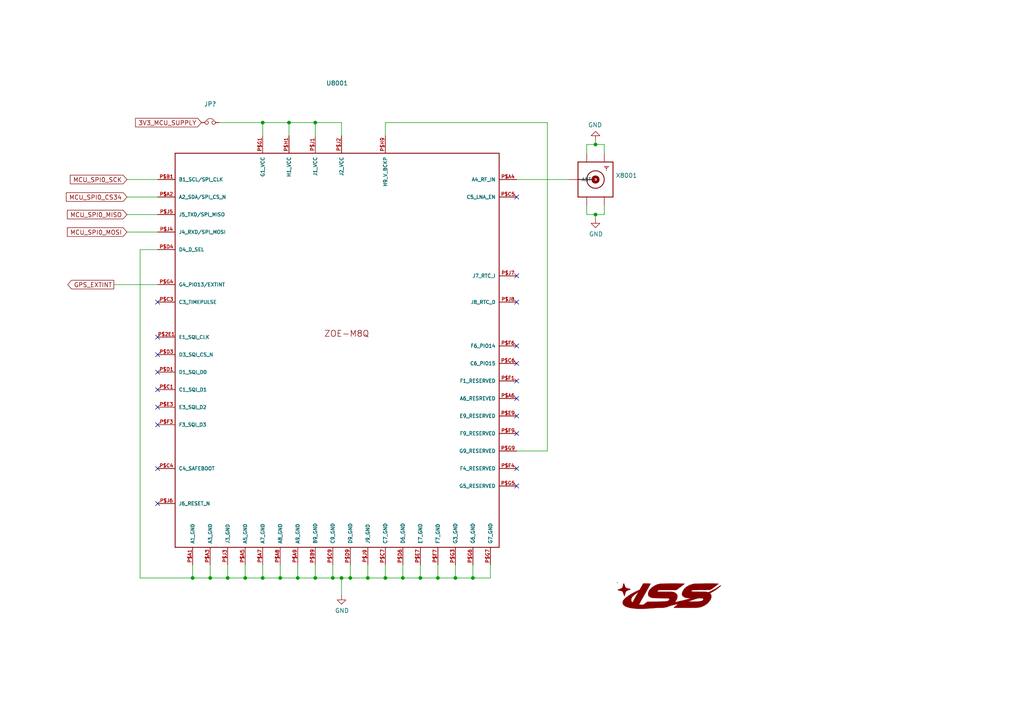
<source format=kicad_sch>
(kicad_sch (version 20211123) (generator eeschema)
  (paper "A4")
  (title_block (title "TARS-MK1") (company "ILLINOIS SPACE SOCIETY"))
  (lib_symbols
    (symbol "ISS_LOGO:LOGO" (pin_names (offset 1.016))
      (symbol "LOGO_0_0"
        (polyline (pts (xy -15.2654 3.6322) (xy -15.2654 3.8354) (xy -15.2908 3.8608) (xy -15.3162 3.7338) (xy -15.3162 3.6068) (xy -15.2654 3.6322)) (stroke (width 0.0254)) (fill (type outline)))
        (polyline (pts (xy -13.081 0.2032) (xy -12.954 0.6096) (xy -12.8778 0.9144) (xy -12.7762 1.1176) (xy -12.6746 1.27) (xy -12.5476 1.3462) (xy -12.3698 1.4224) (xy -12.1158 1.524) (xy -11.7348 1.651) (xy -11.5316 1.7272) (xy -11.43 1.7526) (xy -11.43 1.778) (xy -11.5062 1.8542) (xy -11.684 1.9304) (xy -11.938 1.9812) (xy -12.2174 2.0574) (xy -12.5222 2.1082) (xy -12.7254 2.2098) (xy -12.8778 2.3368) (xy -12.9794 2.54) (xy -13.081 2.8448) (xy -13.1318 2.921) (xy -13.2334 3.2258) (xy -13.3858 3.5306) (xy -13.4112 3.5052) (xy -13.4874 3.3782) (xy -13.5382 3.1496) (xy -13.6906 2.54) (xy -13.7668 2.3114) (xy -13.8684 2.1844) (xy -13.9954 2.0828) (xy -14.1986 2.0066) (xy -14.478 1.905) (xy -14.605 1.8542) (xy -14.8844 1.7526) (xy -15.0876 1.651) (xy -15.1638 1.6002) (xy -15.1384 1.6002) (xy -15.0114 1.5494) (xy -14.7828 1.4732) (xy -14.4526 1.397) (xy -13.7668 1.2192) (xy -13.5636 0.762) (xy -13.4874 0.5588) (xy -13.3858 0.2794) (xy -13.2842 0.0508) (xy -13.1826 -0.2032) (xy -13.081 0.2032)) (stroke (width 0.0254)) (fill (type outline)))
        (polyline (pts (xy -8.0264 -3.8354) (xy -7.3152 -3.81) (xy -6.5786 -3.7846) (xy -5.8166 -3.7338) (xy -5.1054 -3.683) (xy -4.826 -3.6576) (xy -4.2418 -3.6068) (xy -3.6322 -3.5814) (xy -3.0988 -3.556) (xy -2.3368 -3.556) (xy -1.5494 -3.4798) (xy -0.889 -3.3528) (xy -0.3556 -3.1242) (xy -0.1778 -3.0734) (xy 0.127 -2.9718) (xy 0.508 -2.8702) (xy 0.9398 -2.7686) (xy 0.9906 -2.7432) (xy 1.5494 -2.6162) (xy 2.1844 -2.4892) (xy 2.3114 -2.4892) (xy 2.3114 -2.54) (xy 2.2352 -2.6162) (xy 2.0574 -2.7686) (xy 1.778 -2.9464) (xy 1.5748 -3.1242) (xy 1.3208 -3.3274) (xy 1.1684 -3.4544) (xy 1.1176 -3.5306) (xy 1.6256 -3.5306) (xy 2.0574 -3.556) (xy 6.2738 -3.556) (xy 6.9342 -3.5306) (xy 7.4676 -3.5306) (xy 7.9248 -3.5052) (xy 8.2804 -3.4798) (xy 8.5852 -3.429) (xy 8.8392 -3.3782) (xy 9.0678 -3.302) (xy 9.3218 -3.2258) (xy 9.5504 -3.0988) (xy 9.8298 -2.9718) (xy 10.0076 -2.8956) (xy 10.5664 -2.54) (xy 11.049 -2.1336) (xy 11.43 -1.6764) (xy 11.7602 -1.2192) (xy 11.938 -0.762) (xy 12.0396 -0.3302) (xy 11.9888 0.0762) (xy 11.811 0.4064) (xy 11.5824 0.6858) (xy 12.1158 0.9398) (xy 12.2682 1.016) (xy 13.0556 1.4732) (xy 13.7414 1.9558) (xy 14.3256 2.4384) (xy 14.605 2.7178) (xy 14.7574 2.8956) (xy 14.8082 2.9718) (xy 14.7828 2.9718) (xy 14.6558 2.8956) (xy 14.4272 2.7686) (xy 14.1478 2.5654) (xy 14.097 2.5146) (xy 13.7414 2.286) (xy 13.3096 2.0066) (xy 12.827 1.7272) (xy 12.3444 1.4986) (xy 11.2014 0.9144) (xy 10.7188 1.016) (xy 10.6172 1.016) (xy 10.3378 1.0414) (xy 9.906 1.0668) (xy 9.398 1.0922) (xy 8.2296 1.0922) (xy 7.8994 1.1176) (xy 6.9088 1.1176) (xy 6.5532 1.143) (xy 6.3246 1.143) (xy 6.223 1.1684) (xy 6.223 1.27) (xy 6.2992 1.4224) (xy 6.3754 1.4986) (xy 6.4516 1.5494) (xy 6.5532 1.5748) (xy 6.7056 1.5748) (xy 6.9596 1.6002) (xy 8.3312 1.6002) (xy 9.0678 1.6256) (xy 9.7536 1.6002) (xy 10.3378 1.6002) (xy 10.8204 1.6256) (xy 11.2014 1.6256) (xy 11.4808 1.651) (xy 11.7348 1.7018) (xy 11.938 1.778) (xy 12.1158 1.905) (xy 12.319 2.032) (xy 12.573 2.2352) (xy 13.081 2.6162) (xy 13.4112 2.8702) (xy 13.6652 3.048) (xy 13.8176 3.175) (xy 13.843 3.2004) (xy 13.9954 3.3274) (xy 14.0462 3.4036) (xy 14.0462 3.429) (xy 13.8938 3.429) (xy 13.6144 3.4544) (xy 13.208 3.4544) (xy 12.7254 3.4798) (xy 10.16 3.4798) (xy 9.4996 3.4544) (xy 8.8646 3.4544) (xy 8.255 3.429) (xy 7.747 3.429) (xy 7.3152 3.4036) (xy 6.985 3.3782) (xy 6.8072 3.3528) (xy 5.9944 3.1242) (xy 5.207 2.7686) (xy 4.572 2.3114) (xy 4.0386 1.778) (xy 3.683 1.1684) (xy 3.5306 0.762) (xy 3.4798 0.381) (xy 3.556 0.0762) (xy 3.7338 -0.1778) (xy 4.0132 -0.4064) (xy 4.3688 -0.5842) (xy 4.826 -0.6858) (xy 5.461 -0.762) (xy 6.2992 -0.8128) (xy 5.588 -0.9906) (xy 5.4102 -1.0414) (xy 5.08 -1.1176) (xy 4.6482 -1.2192) (xy 4.1656 -1.3462) (xy 3.6576 -1.4732) (xy 3.1496 -1.5748) (xy 2.6416 -1.7018) (xy 2.54 -1.7272) (xy 5.334 -1.7272) (xy 5.3594 -1.6764) (xy 5.461 -1.651) (xy 6.0706 -1.4478) (xy 6.7056 -1.2446) (xy 7.1882 -1.0668) (xy 7.5946 -0.9652) (xy 7.9248 -0.8636) (xy 8.1534 -0.8128) (xy 8.382 -0.7874) (xy 8.5598 -0.762) (xy 9.0678 -0.762) (xy 9.4488 -0.8128) (xy 9.652 -0.9398) (xy 9.7282 -1.0922) (xy 9.7028 -1.1938) (xy 9.5504 -1.397) (xy 9.2456 -1.5748) (xy 8.89 -1.6764) (xy 8.8646 -1.6764) (xy 8.6614 -1.7018) (xy 8.3058 -1.7272) (xy 7.8486 -1.7526) (xy 7.3406 -1.7526) (xy 6.7818 -1.778) (xy 6.223 -1.7526) (xy 5.5372 -1.7526) (xy 5.3848 -1.7272) (xy 5.334 -1.7272) (xy 2.54 -1.7272) (xy 2.2098 -1.8034) (xy 1.8542 -1.8796) (xy 1.6256 -1.9304) (xy 1.4986 -1.9304) (xy 1.4986 -1.905) (xy 1.6002 -1.7272) (xy 1.7272 -1.524) (xy 1.9304 -1.1684) (xy 2.1336 -0.6604) (xy 2.1844 -0.2032) (xy 2.0828 0.2286) (xy 1.8034 0.5588) (xy 1.397 0.8382) (xy 1.3208 0.889) (xy 1.0668 0.9906) (xy 0.9144 1.016) (xy 0.6858 1.0414) (xy 0.4064 1.0668) (xy -0.4826 1.0668) (xy -1.143 1.0922) (xy -3.048 1.0922) (xy -3.3274 1.1176) (xy -3.4544 1.1176) (xy -3.6068 1.143) (xy -3.6322 1.27) (xy -3.5052 1.4478) (xy -3.4544 1.4986) (xy -3.3782 1.524) (xy -3.2766 1.5494) (xy -3.0988 1.5748) (xy -2.8702 1.6002) (xy 1.8796 1.6002) (xy 2.54 2.0828) (xy 2.6162 2.159) (xy 3.3782 2.7178) (xy 3.7084 2.9718) (xy 3.7592 2.9972) (xy 3.9878 3.2004) (xy 4.1656 3.3274) (xy 4.2164 3.4036) (xy 4.2164 3.429) (xy 4.0894 3.429) (xy 3.81 3.4544) (xy 2.8956 3.4544) (xy 2.286 3.4798) (xy -0.1016 3.4798) (xy -0.889 3.4544) (xy -1.5494 3.4544) (xy -2.0828 3.429) (xy -2.54 3.4036) (xy -2.921 3.3782) (xy -3.2512 3.302) (xy -3.5052 3.2512) (xy -3.7846 3.1496) (xy -4.0386 3.048) (xy -4.3434 2.8956) (xy -4.9784 2.5146) (xy -5.4864 2.0828) (xy -5.9182 1.6002) (xy -6.1976 1.0922) (xy -6.3246 0.5588) (xy -6.3246 0.2794) (xy -6.2484 -0.0254) (xy -6.0198 -0.2794) (xy -5.6388 -0.5334) (xy -5.5626 -0.5588) (xy -5.3086 -0.6604) (xy -5.1308 -0.6858) (xy -4.8768 -0.7112) (xy -4.5466 -0.7112) (xy -4.1148 -0.7366) (xy -3.5306 -0.7366) (xy -2.8194 -0.762) (xy -2.159 -0.762) (xy -1.5748 -0.7874) (xy -1.1176 -0.7874) (xy -0.762 -0.8128) (xy -0.5334 -0.8382) (xy -0.381 -0.8636) (xy -0.2794 -0.889) (xy -0.2032 -0.9398) (xy -0.1778 -0.9652) (xy -0.127 -1.0922) (xy -0.1778 -1.2446) (xy -0.381 -1.4478) (xy -0.5842 -1.5748) (xy -0.6604 -1.6002) (xy -0.762 -1.651) (xy -0.9144 -1.6764) (xy -1.143 -1.7018) (xy -1.4224 -1.7272) (xy -1.8034 -1.7272) (xy -2.3114 -1.7526) (xy -2.9464 -1.7526) (xy -3.7338 -1.778) (xy -6.5532 -1.8288) (xy -7.1374 -2.2606) (xy -7.7216 -2.7178) (xy -8.3058 -2.6924) (xy -8.6106 -2.667) (xy -8.8392 -2.6416) (xy -8.9408 -2.6162) (xy -8.9408 -2.5908) (xy -8.9154 -2.5146) (xy -8.8646 -2.413) (xy -8.763 -2.2352) (xy -8.636 -1.9812) (xy -8.4582 -1.651) (xy -8.2296 -1.2446) (xy -7.9248 -0.7112) (xy -7.5946 -0.1016) (xy -7.1628 0.635) (xy -6.6802 1.4986) (xy -6.096 2.5146) (xy -5.9182 2.8448) (xy -5.7658 3.1242) (xy -5.6896 3.3274) (xy -5.6642 3.429) (xy -5.7658 3.4544) (xy -5.9944 3.4544) (xy -6.3246 3.4798) (xy -7.747 3.4798) (xy -8.255 2.5908) (xy -8.763 1.6764) (xy -9.9568 1.1176) (xy -10.541 0.8128) (xy -11.3284 0.381) (xy -12.0142 -0.0762) (xy -12.6238 -0.508) (xy -13.081 -0.9144) (xy -13.3858 -1.2446) (xy -11.2522 -1.2446) (xy -11.2268 -1.016) (xy -11.0998 -0.635) (xy -10.795 -0.254) (xy -10.3632 0.1524) (xy -9.779 0.5842) (xy -9.6266 0.6858) (xy -9.3726 0.8636) (xy -9.2202 0.9144) (xy -9.1694 0.9144) (xy -9.3218 0.6604) (xy -9.4742 0.4318) (xy -9.6774 0.1016) (xy -9.8806 -0.254) (xy -10.0584 -0.5588) (xy -10.2616 -0.9652) (xy -10.4648 -1.3208) (xy -10.5918 -1.6002) (xy -10.8458 -2.032) (xy -11.1252 -1.7526) (xy -11.2268 -1.524) (xy -11.2522 -1.2446) (xy -13.3858 -1.2446) (xy -13.4366 -1.2954) (xy -13.6398 -1.651) (xy -13.6906 -1.778) (xy -13.716 -2.2098) (xy -13.589 -2.5654) (xy -13.3096 -2.8956) (xy -12.8778 -3.175) (xy -12.2682 -3.4036) (xy -11.5062 -3.6068) (xy -10.5664 -3.7338) (xy -9.4742 -3.8354) (xy -9.144 -3.8608) (xy -8.636 -3.8608) (xy -8.0264 -3.8354)) (stroke (width 0.0254)) (fill (type outline)))
      )
    )
    (symbol "SMA:SMACONNECTOR" (pin_numbers hide) (pin_names (offset 1.016))
      (property "Reference" "X" (at 7.62 2.54 0))
      (property "Value" "SMACONNECTOR" (at 7.62 0 0))
      (symbol "SMACONNECTOR_0_0"
        (polyline (pts (xy -5.08 -5.08) (xy -5.08 0)) (stroke (width 0.254)))
        (polyline (pts (xy -5.08 0) (xy -5.08 5.08)) (stroke (width 0.254)))
        (polyline (pts (xy -5.08 0) (xy 0 0)) (stroke (width 0.254)))
        (polyline (pts (xy -5.08 5.08) (xy 5.08 5.08)) (stroke (width 0.254)))
        (polyline (pts (xy 2.54 3.81) (xy 3.175 3.81)) (stroke (width 0.127)))
        (polyline (pts (xy 3.175 3.175) (xy 2.54 3.81)) (stroke (width 0.127)))
        (polyline (pts (xy 3.175 3.81) (xy 3.175 2.54)) (stroke (width 0.127)))
        (polyline (pts (xy 3.175 3.81) (xy 3.81 3.81)) (stroke (width 0.127)))
        (polyline (pts (xy 3.81 3.81) (xy 3.175 3.175)) (stroke (width 0.127)))
        (polyline (pts (xy 5.08 -5.08) (xy -5.08 -5.08)) (stroke (width 0.254)))
        (polyline (pts (xy 5.08 5.08) (xy 5.08 -5.08)) (stroke (width 0.254)))
        (circle (center 0 0) (radius 0.3556) (stroke (width 0.8128)))
        (circle (center 0 0) (radius 2.54) (stroke (width 0.254)))
        (pin bidirectional line (at -7.62 0 0) (length 2.54) (name "ANT") (number "ANTENNA"))
        (pin power_in line (at -2.54 7.62 270) (length 2.54) (name "~") (number "GND1"))
        (pin power_in line (at 2.54 7.62 270) (length 2.54) (name "~") (number "GND2"))
        (pin power_in line (at -2.54 -7.62 90) (length 2.54) (name "~") (number "GND3"))
        (pin power_in line (at 2.54 -7.62 90) (length 2.54) (name "~") (number "GND4"))
      )
    )
    (symbol "TARS-MK1-rescue:Jumper_NC_Small-Device" (pin_numbers hide) (pin_names (offset 0.762) hide)
      (property "Reference" "JP" (at 0 2.032 0))
      (property "Value" "Jumper_NC_Small-Device" (at 0.254 -1.524 0))
      (symbol "Jumper_NC_Small-Device_0_1"
        (circle (center -1.016 0) (radius 0.508))
        (circle (center 1.016 0) (radius 0.508))
        (arc (start 1.016 0.762) (mid 0 1.1828) (end -1.016 0.762))
        (pin passive line (at -2.54 0 0) (length 1.016) (name "1") (number "1"))
        (pin passive line (at 2.54 0 180) (length 1.016) (name "2") (number "2"))
      )
    )
    (symbol "ZOE_M8Q:ZOE-M8Q" (pin_names (offset 1.016))
      (property "Reference" "U" (at -71.12 93.98 0))
      (property "Value" "ZOE-M8Q" (at -86.36 -30.48 0))
      (symbol "ZOE-M8Q_0_0"
        (polyline (pts (xy -71.12 -25.4) (xy 22.86 -25.4)) (stroke (width 0.254)))
        (polyline (pts (xy -71.12 88.9) (xy -71.12 -25.4)) (stroke (width 0.254)))
        (polyline (pts (xy 22.86 88.9) (xy -71.12 88.9)) (stroke (width 0.254)))
        (polyline (pts (xy 22.86 88.9) (xy 22.86 -25.4)) (stroke (width 0.254)))
        (text "ZOE-M8Q" (at -27.94 35.56 0) (effects (font (size 1.778 1.778)) (justify left bottom)))
        (pin bidirectional line (at -76.2 35.56 0) (length 5.08) (name "E1_SQI_CLK") (number "P$2E1"))
        (pin power_in line (at -66.04 -30.48 90) (length 5.08) (name "A1_GND") (number "P$A1"))
        (pin bidirectional line (at -76.2 76.2 0) (length 5.08) (name "A2_SDA/SPI_CS_N") (number "P$A2"))
        (pin power_in line (at -60.96 -30.48 90) (length 5.08) (name "A3_GND") (number "P$A3"))
        (pin input line (at 27.94 81.28 180) (length 5.08) (name "A4_RF_IN") (number "P$A4"))
        (pin power_in line (at -50.8 -30.48 90) (length 5.08) (name "A5_GND") (number "P$A5"))
        (pin bidirectional line (at 27.94 17.78 180) (length 5.08) (name "A6_RESREVED") (number "P$A6"))
        (pin power_in line (at -45.72 -30.48 90) (length 5.08) (name "A7_GND") (number "P$A7"))
        (pin power_in line (at -40.64 -30.48 90) (length 5.08) (name "A8_GND") (number "P$A8"))
        (pin power_in line (at -35.56 -30.48 90) (length 5.08) (name "A9_GND") (number "P$A9"))
        (pin bidirectional line (at -76.2 81.28 0) (length 5.08) (name "B1_SCL/SPI_CLK") (number "P$B1"))
        (pin power_in line (at -30.48 -30.48 90) (length 5.08) (name "B9_GND") (number "P$B9"))
        (pin bidirectional line (at -76.2 20.32 0) (length 5.08) (name "C1_SQI_D1") (number "P$C1"))
        (pin bidirectional line (at -76.2 45.72 0) (length 5.08) (name "C3_TIMEPULSE") (number "P$C3"))
        (pin bidirectional line (at -76.2 -2.54 0) (length 5.08) (name "C4_SAFEBOOT") (number "P$C4"))
        (pin bidirectional line (at 27.94 76.2 180) (length 5.08) (name "C5_LNA_EN") (number "P$C5"))
        (pin bidirectional line (at 27.94 27.94 180) (length 5.08) (name "C6_PIO15") (number "P$C6"))
        (pin power_in line (at -10.16 -30.48 90) (length 5.08) (name "C7_GND") (number "P$C7"))
        (pin power_in line (at -25.4 -30.48 90) (length 5.08) (name "C9_GND") (number "P$C9"))
        (pin bidirectional line (at -76.2 25.4 0) (length 5.08) (name "D1_SQI_D0") (number "P$D1"))
        (pin bidirectional line (at -76.2 30.48 0) (length 5.08) (name "D3_SQI_CS_N") (number "P$D3"))
        (pin bidirectional line (at -76.2 60.96 0) (length 5.08) (name "D4_D_SEL") (number "P$D4"))
        (pin power_in line (at -5.08 -30.48 90) (length 5.08) (name "D6_GND") (number "P$D6"))
        (pin power_in line (at -20.32 -30.48 90) (length 5.08) (name "D9_GND") (number "P$D9"))
        (pin bidirectional line (at -76.2 15.24 0) (length 5.08) (name "E3_SQI_D2") (number "P$E3"))
        (pin power_in line (at 0 -30.48 90) (length 5.08) (name "E7_GND") (number "P$E7"))
        (pin bidirectional line (at 27.94 12.7 180) (length 5.08) (name "E9_RESERVED") (number "P$E9"))
        (pin bidirectional line (at 27.94 22.86 180) (length 5.08) (name "F1_RESERVED") (number "P$F1"))
        (pin bidirectional line (at -76.2 10.16 0) (length 5.08) (name "F3_SQI_D3") (number "P$F3"))
        (pin bidirectional line (at 27.94 -2.54 180) (length 5.08) (name "F4_RESERVED") (number "P$F4"))
        (pin bidirectional line (at 27.94 33.02 180) (length 5.08) (name "F6_PIO14") (number "P$F6"))
        (pin power_in line (at 5.08 -30.48 90) (length 5.08) (name "F7_GND") (number "P$F7"))
        (pin bidirectional line (at 27.94 7.62 180) (length 5.08) (name "F9_RESERVED") (number "P$F9"))
        (pin power_in line (at -45.72 93.98 270) (length 5.08) (name "G1_VCC") (number "P$G1"))
        (pin power_in line (at 10.16 -30.48 90) (length 5.08) (name "G3_GND") (number "P$G3"))
        (pin bidirectional line (at -76.2 50.8 0) (length 5.08) (name "G4_PIO13/EXTINT") (number "P$G4"))
        (pin bidirectional line (at 27.94 -7.62 180) (length 5.08) (name "G5_RESERVED") (number "P$G5"))
        (pin power_in line (at 15.24 -30.48 90) (length 5.08) (name "G6_GND") (number "P$G6"))
        (pin power_in line (at 20.32 -30.48 90) (length 5.08) (name "G7_GND") (number "P$G7"))
        (pin bidirectional line (at 27.94 2.54 180) (length 5.08) (name "G9_RESERVED") (number "P$G9"))
        (pin power_in line (at -38.1 93.98 270) (length 5.08) (name "H1_VCC") (number "P$H1"))
        (pin power_in line (at -10.16 93.98 270) (length 5.08) (name "H9_V_BCKP") (number "P$H9"))
        (pin power_in line (at -30.48 93.98 270) (length 5.08) (name "J1_VCC") (number "P$J1"))
        (pin power_in line (at -22.86 93.98 270) (length 5.08) (name "J2_VCC") (number "P$J2"))
        (pin power_in line (at -55.88 -30.48 90) (length 5.08) (name "J3_GND") (number "P$J3"))
        (pin bidirectional line (at -76.2 66.04 0) (length 5.08) (name "J4_RXD/SPI_MOSI") (number "P$J4"))
        (pin bidirectional line (at -76.2 71.12 0) (length 5.08) (name "J5_TXD/SPI_MISO") (number "P$J5"))
        (pin bidirectional line (at -76.2 -12.7 0) (length 5.08) (name "J6_RESET_N") (number "P$J6"))
        (pin bidirectional line (at 27.94 53.34 180) (length 5.08) (name "J7_RTC_I") (number "P$J7"))
        (pin bidirectional line (at 27.94 45.72 180) (length 5.08) (name "J8_RTC_0") (number "P$J8"))
        (pin power_in line (at -15.24 -30.48 90) (length 5.08) (name "J9_GND") (number "P$J9"))
      )
    )
    (symbol "power:GND" (power) (pin_names (offset 0))
      (property "Value" "GND" (at 0 -3.81 0))
      (symbol "GND_0_1"
        (polyline (pts (xy 0 0) (xy 0 -1.27) (xy 1.27 -1.27) (xy 0 -2.54) (xy -1.27 -1.27) (xy 0 -1.27)))
      )
      (symbol "GND_1_1"
        (pin power_in line (at 0 0 270) (length 0) hide (name "GND") (number "1"))
      )
    )
  )
  (junction (at 99.06 167.64))
  (junction (at 101.6 167.64))
  (junction (at 116.84 167.64))
  (junction (at 137.16 167.64))
  (junction (at 127 167.64))
  (junction (at 55.88 167.64))
  (junction (at 81.28 167.64))
  (junction (at 71.12 167.64))
  (junction (at 76.2 35.56))
  (junction (at 111.76 167.64))
  (junction (at 172.72 41.91))
  (junction (at 106.68 167.64))
  (junction (at 91.44 167.64))
  (junction (at 76.2 167.64))
  (junction (at 83.82 35.56))
  (junction (at 132.08 167.64))
  (junction (at 121.92 167.64))
  (junction (at 66.04 167.64))
  (junction (at 172.72 62.23))
  (junction (at 60.96 167.64))
  (junction (at 86.36 167.64))
  (junction (at 91.44 35.56))
  (junction (at 96.52 167.64))
  (no_connect (at 149.86 110.49))
  (no_connect (at 149.86 57.15))
  (no_connect (at 45.72 97.79))
  (no_connect (at 45.72 113.03))
  (no_connect (at 45.72 123.19))
  (no_connect (at 45.72 107.95))
  (no_connect (at 149.86 115.57))
  (no_connect (at 149.86 100.33))
  (no_connect (at 45.72 87.63))
  (no_connect (at 149.86 87.63))
  (no_connect (at 45.72 102.87))
  (no_connect (at 149.86 105.41))
  (no_connect (at 45.72 118.11))
  (no_connect (at 149.86 80.01))
  (no_connect (at 149.86 135.89))
  (no_connect (at 149.86 120.65))
  (no_connect (at 45.72 146.05))
  (no_connect (at 149.86 125.73))
  (no_connect (at 45.72 135.89))
  (no_connect (at 149.86 140.97))
  (wire (pts (xy 142.24 167.64) (xy 142.24 163.83)))
  (wire (pts (xy 99.06 35.56) (xy 99.06 39.37)))
  (wire (pts (xy 91.44 167.64) (xy 91.44 163.83)))
  (wire (pts (xy 96.52 163.83) (xy 96.52 167.64)))
  (wire (pts (xy 71.12 167.64) (xy 71.12 163.83)))
  (wire (pts (xy 45.72 72.39) (xy 40.64 72.39)))
  (wire (pts (xy 83.82 35.56) (xy 91.44 35.56)))
  (wire (pts (xy 132.08 167.64) (xy 137.16 167.64)))
  (wire (pts (xy 111.76 39.37) (xy 111.76 35.56)))
  (wire (pts (xy 91.44 35.56) (xy 99.06 35.56)))
  (wire (pts (xy 175.26 62.23) (xy 175.26 59.69)))
  (wire (pts (xy 76.2 163.83) (xy 76.2 167.64)))
  (wire (pts (xy 36.83 67.31) (xy 45.72 67.31)))
  (wire (pts (xy 96.52 167.64) (xy 99.06 167.64)))
  (wire (pts (xy 66.04 167.64) (xy 71.12 167.64)))
  (wire (pts (xy 99.06 172.72) (xy 99.06 167.64)))
  (wire (pts (xy 86.36 163.83) (xy 86.36 167.64)))
  (wire (pts (xy 137.16 167.64) (xy 142.24 167.64)))
  (wire (pts (xy 36.83 52.07) (xy 45.72 52.07)))
  (wire (pts (xy 40.64 72.39) (xy 40.64 167.64)))
  (wire (pts (xy 55.88 163.83) (xy 55.88 167.64)))
  (wire (pts (xy 121.92 167.64) (xy 127 167.64)))
  (wire (pts (xy 158.75 35.56) (xy 158.75 130.81)))
  (wire (pts (xy 111.76 167.64) (xy 116.84 167.64)))
  (wire (pts (xy 55.88 167.64) (xy 60.96 167.64)))
  (wire (pts (xy 116.84 163.83) (xy 116.84 167.64)))
  (wire (pts (xy 172.72 62.23) (xy 175.26 62.23)))
  (wire (pts (xy 172.72 40.64) (xy 172.72 41.91)))
  (wire (pts (xy 76.2 167.64) (xy 81.28 167.64)))
  (wire (pts (xy 158.75 130.81) (xy 149.86 130.81)))
  (wire (pts (xy 170.18 44.45) (xy 170.18 41.91)))
  (wire (pts (xy 111.76 35.56) (xy 158.75 35.56)))
  (wire (pts (xy 71.12 167.64) (xy 76.2 167.64)))
  (wire (pts (xy 99.06 167.64) (xy 101.6 167.64)))
  (wire (pts (xy 111.76 167.64) (xy 111.76 163.83)))
  (wire (pts (xy 83.82 39.37) (xy 83.82 35.56)))
  (wire (pts (xy 76.2 35.56) (xy 83.82 35.56)))
  (wire (pts (xy 36.83 62.23) (xy 45.72 62.23)))
  (wire (pts (xy 60.96 167.64) (xy 60.96 163.83)))
  (wire (pts (xy 170.18 59.69) (xy 170.18 62.23)))
  (wire (pts (xy 121.92 167.64) (xy 121.92 163.83)))
  (wire (pts (xy 86.36 167.64) (xy 91.44 167.64)))
  (wire (pts (xy 40.64 167.64) (xy 55.88 167.64)))
  (wire (pts (xy 76.2 39.37) (xy 76.2 35.56)))
  (wire (pts (xy 66.04 163.83) (xy 66.04 167.64)))
  (wire (pts (xy 170.18 41.91) (xy 172.72 41.91)))
  (wire (pts (xy 91.44 39.37) (xy 91.44 35.56)))
  (wire (pts (xy 132.08 167.64) (xy 132.08 163.83)))
  (wire (pts (xy 175.26 41.91) (xy 175.26 44.45)))
  (wire (pts (xy 91.44 167.64) (xy 96.52 167.64)))
  (wire (pts (xy 60.96 167.64) (xy 66.04 167.64)))
  (wire (pts (xy 101.6 167.64) (xy 101.6 163.83)))
  (wire (pts (xy 127 167.64) (xy 132.08 167.64)))
  (wire (pts (xy 127 163.83) (xy 127 167.64)))
  (wire (pts (xy 172.72 63.5) (xy 172.72 62.23)))
  (wire (pts (xy 106.68 163.83) (xy 106.68 167.64)))
  (wire (pts (xy 106.68 167.64) (xy 111.76 167.64)))
  (wire (pts (xy 81.28 167.64) (xy 81.28 163.83)))
  (wire (pts (xy 63.5 35.56) (xy 76.2 35.56)))
  (wire (pts (xy 36.83 57.15) (xy 45.72 57.15)))
  (wire (pts (xy 170.18 62.23) (xy 172.72 62.23)))
  (wire (pts (xy 33.02 82.55) (xy 45.72 82.55)))
  (wire (pts (xy 116.84 167.64) (xy 121.92 167.64)))
  (wire (pts (xy 137.16 163.83) (xy 137.16 167.64)))
  (wire (pts (xy 81.28 167.64) (xy 86.36 167.64)))
  (wire (pts (xy 165.1 52.07) (xy 149.86 52.07)))
  (wire (pts (xy 172.72 41.91) (xy 175.26 41.91)))
  (wire (pts (xy 101.6 167.64) (xy 106.68 167.64)))
  (global_label "MCU_SPI0_CS34" (shape input) (at 36.83 57.15 180) (property "Intersheet References" "${INTERSHEET_REFS}" (effects hide)))
  (global_label "GPS_EXTINT" (shape output) (at 33.02 82.55 180) (property "Intersheet References" "${INTERSHEET_REFS}" (effects hide)))
  (global_label "MCU_SPI0_SCK" (shape input) (at 36.83 52.07 180) (property "Intersheet References" "${INTERSHEET_REFS}" (effects hide)))
  (global_label "3V3_MCU_SUPPLY" (shape input) (at 58.42 35.56 180) (property "Intersheet References" "${INTERSHEET_REFS}" (effects hide)))
  (global_label "MCU_SPI0_MISO" (shape input) (at 36.83 62.23 180) (property "Intersheet References" "${INTERSHEET_REFS}" (effects hide)))
  (global_label "MCU_SPI0_MOSI" (shape input) (at 36.83 67.31 180) (property "Intersheet References" "${INTERSHEET_REFS}" (effects hide)))
  (symbol (lib_id "ZOE_M8Q:ZOE-M8Q") (at 121.92 133.35 0) (unit 1)
    (property "Reference" "U8001" (at 97.79 24.13 0))
  )
  (symbol (lib_id "SMA:SMACONNECTOR") (at 172.72 52.07 0) (unit 1)
    (property "Reference" "X8001" (at 178.562 50.9016 0) (effects (justify left)))
  )
  (symbol (lib_id "TARS-MK1-rescue:Jumper_NC_Small-Device") (at 60.96 35.56 0) (unit 1)
    (property "Reference" "JP?" (at 60.96 30.1752 0))
  )
  (symbol (lib_id "power:GND") (at 172.72 63.5 0) (unit 1)
    (property "Reference" "#PWR08003" (effects hide))
  )
  (symbol (lib_id "power:GND") (at 172.72 40.64 180) (unit 1)
    (property "Reference" "#PWR08002" (effects hide))
  )
  (symbol (lib_id "power:GND") (at 99.06 172.72 0) (unit 1)
    (property "Reference" "#PWR08001" (effects hide))
  )
  (symbol (lib_id "ISS_LOGO:LOGO") (at 194.31 172.72 0) (unit 1)
    (property "Reference" "#G?" (effects hide))
  )
)
</source>
